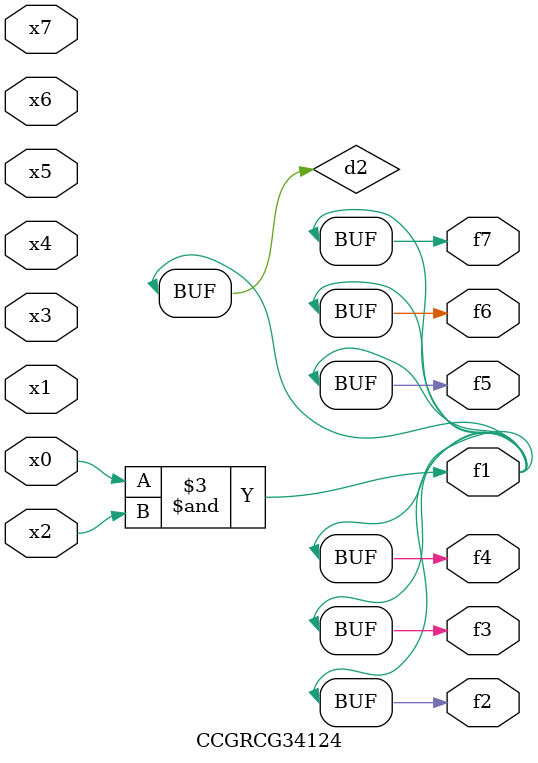
<source format=v>
module CCGRCG34124(
	input x0, x1, x2, x3, x4, x5, x6, x7,
	output f1, f2, f3, f4, f5, f6, f7
);

	wire d1, d2;

	nor (d1, x3, x6);
	and (d2, x0, x2);
	assign f1 = d2;
	assign f2 = d2;
	assign f3 = d2;
	assign f4 = d2;
	assign f5 = d2;
	assign f6 = d2;
	assign f7 = d2;
endmodule

</source>
